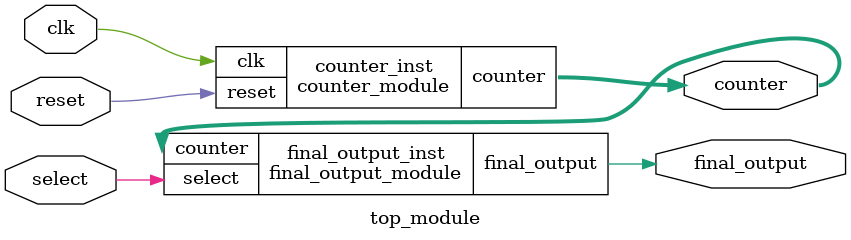
<source format=v>
module counter_module (
    input clk, // Clock input
    input reset, // Reset signal input
    output reg [3:0] counter // 4-bit counter output
);

    always @(posedge clk) begin
        if (reset) begin
            counter <= 4'b0000;
        end else begin
            counter <= counter + 1;
        end
    end

endmodule

module final_output_module (
    input [3:0] counter, // 4-bit counter output
    input select, // Select input to choose between counter value and its complement
    output reg final_output // Final output based on select input
);

    always @(*) begin
        if (select) begin
            final_output <= ~counter;
        end else begin
            final_output <= counter;
        end
    end

endmodule

module top_module (
    input clk, // Clock input
    input reset, // Reset signal input
    input select, // Select input to choose between counter value and its complement
    output reg [3:0] counter, // 4-bit counter output
    output reg final_output // Final output based on select input
);

    counter_module counter_inst (
        .clk(clk),
        .reset(reset),
        .counter(counter)
    );

    final_output_module final_output_inst (
        .counter(counter),
        .select(select),
        .final_output(final_output)
    );

endmodule
</source>
